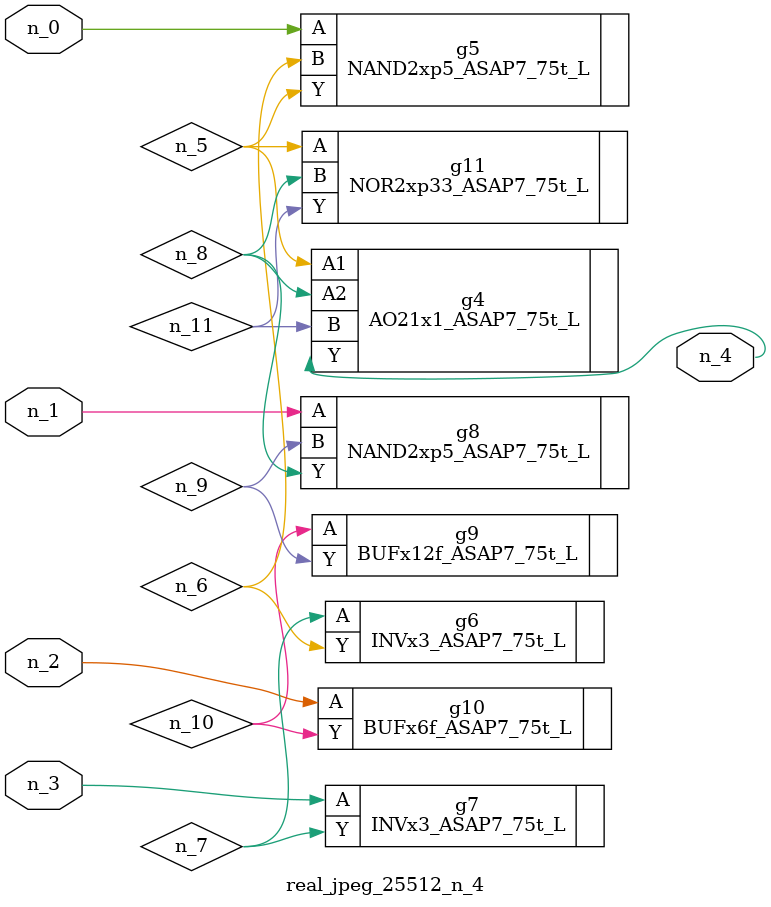
<source format=v>
module real_jpeg_25512_n_4 (n_3, n_1, n_0, n_2, n_4);

input n_3;
input n_1;
input n_0;
input n_2;

output n_4;

wire n_5;
wire n_8;
wire n_11;
wire n_6;
wire n_7;
wire n_10;
wire n_9;

NAND2xp5_ASAP7_75t_L g5 ( 
.A(n_0),
.B(n_6),
.Y(n_5)
);

NAND2xp5_ASAP7_75t_L g8 ( 
.A(n_1),
.B(n_9),
.Y(n_8)
);

BUFx6f_ASAP7_75t_L g10 ( 
.A(n_2),
.Y(n_10)
);

INVx3_ASAP7_75t_L g7 ( 
.A(n_3),
.Y(n_7)
);

AO21x1_ASAP7_75t_L g4 ( 
.A1(n_5),
.A2(n_8),
.B(n_11),
.Y(n_4)
);

NOR2xp33_ASAP7_75t_L g11 ( 
.A(n_5),
.B(n_8),
.Y(n_11)
);

INVx3_ASAP7_75t_L g6 ( 
.A(n_7),
.Y(n_6)
);

BUFx12f_ASAP7_75t_L g9 ( 
.A(n_10),
.Y(n_9)
);


endmodule
</source>
